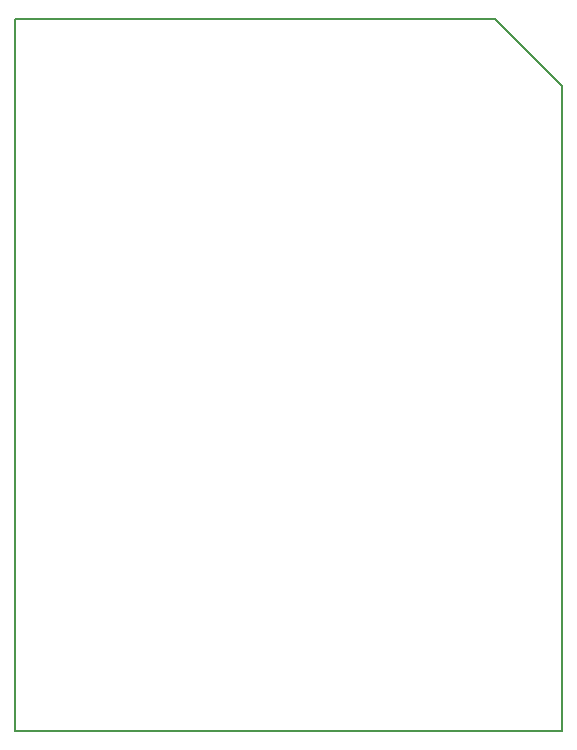
<source format=gm1>
G04 #@! TF.GenerationSoftware,KiCad,Pcbnew,6.0.4+dfsg-1+b1*
G04 #@! TF.CreationDate,2022-04-24T00:25:45+03:00*
G04 #@! TF.ProjectId,yatabaza-amp,79617461-6261-47a6-912d-616d702e6b69,rev?*
G04 #@! TF.SameCoordinates,Original*
G04 #@! TF.FileFunction,Profile,NP*
%FSLAX46Y46*%
G04 Gerber Fmt 4.6, Leading zero omitted, Abs format (unit mm)*
G04 Created by KiCad (PCBNEW 6.0.4+dfsg-1+b1) date 2022-04-24 00:25:45*
%MOMM*%
%LPD*%
G01*
G04 APERTURE LIST*
G04 #@! TA.AperFunction,Profile*
%ADD10C,0.150000*%
G04 #@! TD*
G04 APERTURE END LIST*
D10*
X60960000Y-72390000D02*
X14605000Y-72390000D01*
X60960000Y-17780000D02*
X60960000Y-72390000D01*
X14605000Y-12065000D02*
X55245000Y-12065000D01*
X14605000Y-72390000D02*
X14605000Y-12065000D01*
X55245000Y-12065000D02*
X60960000Y-17780000D01*
M02*

</source>
